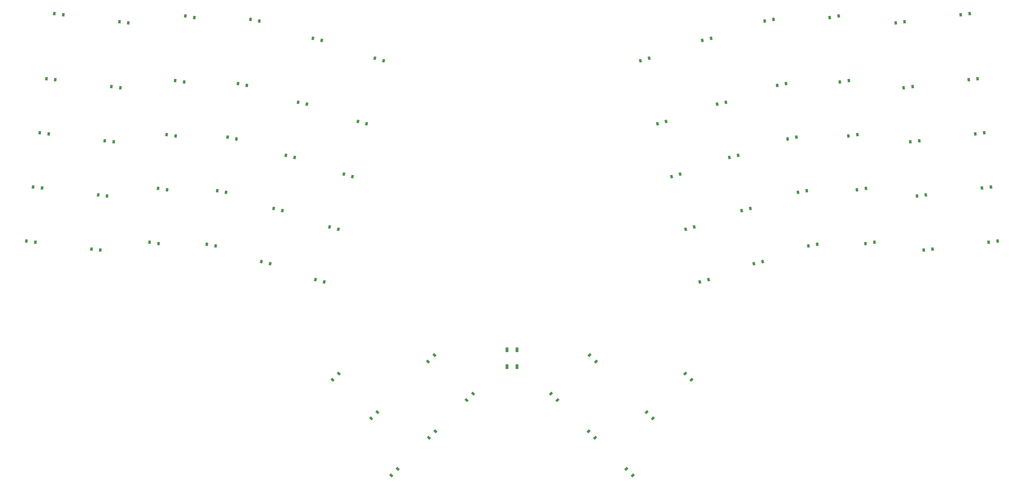
<source format=gbr>
%TF.GenerationSoftware,KiCad,Pcbnew,8.0.6*%
%TF.CreationDate,2024-12-18T16:48:01-08:00*%
%TF.ProjectId,gundamBowtie,67756e64-616d-4426-9f77-7469652e6b69,v1.0.0*%
%TF.SameCoordinates,Original*%
%TF.FileFunction,Paste,Top*%
%TF.FilePolarity,Positive*%
%FSLAX46Y46*%
G04 Gerber Fmt 4.6, Leading zero omitted, Abs format (unit mm)*
G04 Created by KiCad (PCBNEW 8.0.6) date 2024-12-18 16:48:01*
%MOMM*%
%LPD*%
G01*
G04 APERTURE LIST*
G04 Aperture macros list*
%AMRotRect*
0 Rectangle, with rotation*
0 The origin of the aperture is its center*
0 $1 length*
0 $2 width*
0 $3 Rotation angle, in degrees counterclockwise*
0 Add horizontal line*
21,1,$1,$2,0,0,$3*%
G04 Aperture macros list end*
%ADD10RotRect,0.900000X1.200000X45.000000*%
%ADD11RotRect,0.900000X1.200000X315.000000*%
%ADD12RotRect,0.900000X1.200000X353.000000*%
%ADD13RotRect,0.900000X1.200000X351.000000*%
%ADD14RotRect,0.900000X1.200000X349.000000*%
%ADD15RotRect,0.900000X1.200000X11.000000*%
%ADD16RotRect,0.900000X1.200000X345.000000*%
%ADD17RotRect,0.900000X1.200000X7.000000*%
%ADD18RotRect,0.900000X1.200000X13.000000*%
%ADD19RotRect,0.900000X1.200000X9.000000*%
%ADD20RotRect,0.900000X1.200000X15.000000*%
%ADD21RotRect,0.900000X1.200000X347.000000*%
%ADD22R,1.100000X1.800000*%
G04 APERTURE END LIST*
D10*
%TO.C,D34*%
X163710795Y-231530634D03*
X166044247Y-229197180D03*
%TD*%
D11*
%TO.C,D71*%
X236005489Y-215408614D03*
X238338943Y-217742066D03*
%TD*%
D12*
%TO.C,D8*%
X58721230Y-108851702D03*
X61996636Y-109253870D03*
%TD*%
D13*
%TO.C,D12*%
X78263140Y-126314988D03*
X81522500Y-126831226D03*
%TD*%
D14*
%TO.C,D18*%
X103737517Y-107532561D03*
X106976883Y-108162241D03*
%TD*%
D15*
%TO.C,D55*%
X305045250Y-88529673D03*
X308284622Y-87900005D03*
%TD*%
D16*
%TO.C,D28*%
X146292772Y-121103624D03*
X149480322Y-121957746D03*
%TD*%
D17*
%TO.C,D39*%
X377662735Y-106329028D03*
X380938155Y-105926862D03*
%TD*%
D12*
%TO.C,D4*%
X37337497Y-86075918D03*
X40612903Y-86478086D03*
%TD*%
D10*
%TO.C,D36*%
X191287998Y-203953498D03*
X193621450Y-201620044D03*
%TD*%
D18*
%TO.C,D58*%
X292040319Y-134421013D03*
X295255741Y-133678677D03*
%TD*%
D12*
%TO.C,D10*%
X64083495Y-65179656D03*
X67358901Y-65581824D03*
%TD*%
D17*
%TO.C,D41*%
X372300496Y-62656971D03*
X375575916Y-62254805D03*
%TD*%
%TO.C,D42*%
X358716396Y-148955711D03*
X361991816Y-148553545D03*
%TD*%
D12*
%TO.C,D2*%
X32462730Y-125777765D03*
X35738136Y-126179933D03*
%TD*%
D15*
%TO.C,D52*%
X316493796Y-147427302D03*
X319733168Y-146797634D03*
%TD*%
D11*
%TO.C,D68*%
X271360805Y-194195413D03*
X273694259Y-196528865D03*
%TD*%
D16*
%TO.C,D30*%
X157680807Y-78602923D03*
X160868357Y-79457045D03*
%TD*%
D17*
%TO.C,D40*%
X375225384Y-86478065D03*
X378500804Y-86075899D03*
%TD*%
%TO.C,D43*%
X356279034Y-129104820D03*
X359554454Y-128702654D03*
%TD*%
D12*
%TO.C,D1*%
X30025337Y-145628662D03*
X33300743Y-146030830D03*
%TD*%
D17*
%TO.C,D45*%
X351404258Y-89402925D03*
X354679678Y-89000759D03*
%TD*%
%TO.C,D38*%
X380100160Y-126179925D03*
X383375580Y-125777759D03*
%TD*%
D19*
%TO.C,D51*%
X324303976Y-63619136D03*
X327563350Y-63102904D03*
%TD*%
D20*
%TO.C,D63*%
X271534367Y-141276255D03*
X274721921Y-140422153D03*
%TD*%
D21*
%TO.C,D22*%
X120582580Y-133678668D03*
X123798018Y-134421016D03*
%TD*%
D18*
%TO.C,D60*%
X283042263Y-95446206D03*
X286257685Y-94703870D03*
%TD*%
D11*
%TO.C,D69*%
X236359048Y-187477894D03*
X238692502Y-189811346D03*
%TD*%
D16*
%TO.C,D29*%
X151469113Y-101785115D03*
X154656663Y-102639237D03*
%TD*%
D11*
%TO.C,D67*%
X257218664Y-208337573D03*
X259552118Y-210671025D03*
%TD*%
D10*
%TO.C,D31*%
X156286146Y-210671014D03*
X158619598Y-208337560D03*
%TD*%
D16*
%TO.C,D27*%
X141116414Y-140422177D03*
X144303964Y-141276299D03*
%TD*%
D18*
%TO.C,D61*%
X277643446Y-72061357D03*
X280858868Y-71319021D03*
%TD*%
D13*
%TO.C,D11*%
X75134465Y-146068738D03*
X78393825Y-146584976D03*
%TD*%
D11*
%TO.C,D72*%
X222216870Y-201620045D03*
X224550324Y-203953497D03*
%TD*%
D17*
%TO.C,D37*%
X382537523Y-146030843D03*
X385812943Y-145628677D03*
%TD*%
D20*
%TO.C,D62*%
X276710708Y-160594789D03*
X279898262Y-159740687D03*
%TD*%
D19*
%TO.C,D49*%
X331187091Y-107077440D03*
X334446465Y-106561208D03*
%TD*%
D13*
%TO.C,D15*%
X88274986Y-63102939D03*
X91534346Y-63619177D03*
%TD*%
D14*
%TO.C,D16*%
X96105138Y-146797660D03*
X99344504Y-147427340D03*
%TD*%
D19*
%TO.C,D48*%
X334315777Y-126831225D03*
X337575151Y-126314993D03*
%TD*%
D20*
%TO.C,D66*%
X254969965Y-79457031D03*
X258157519Y-78602929D03*
%TD*%
D18*
%TO.C,D59*%
X287541306Y-114933612D03*
X290756728Y-114191276D03*
%TD*%
D15*
%TO.C,D56*%
X300465852Y-64970617D03*
X303705224Y-64340949D03*
%TD*%
%TO.C,D54*%
X308861428Y-108162207D03*
X312100800Y-107532539D03*
%TD*%
D10*
%TO.C,D33*%
X177145800Y-189811338D03*
X179479252Y-187477884D03*
%TD*%
D21*
%TO.C,D23*%
X125081600Y-114191264D03*
X128297038Y-114933612D03*
%TD*%
D14*
%TO.C,D17*%
X99921349Y-127165097D03*
X103160715Y-127794777D03*
%TD*%
D16*
%TO.C,D26*%
X135940028Y-159740679D03*
X139127578Y-160594801D03*
%TD*%
D19*
%TO.C,D50*%
X328058411Y-87323717D03*
X331317785Y-86807485D03*
%TD*%
D15*
%TO.C,D53*%
X312677566Y-127794762D03*
X315916938Y-127165094D03*
%TD*%
D10*
%TO.C,D32*%
X142144027Y-196528868D03*
X144477479Y-194195414D03*
%TD*%
D20*
%TO.C,D64*%
X266357935Y-121957708D03*
X269545489Y-121103606D03*
%TD*%
D18*
%TO.C,D57*%
X296539310Y-153908381D03*
X299754732Y-153166045D03*
%TD*%
D13*
%TO.C,D13*%
X81391836Y-106561240D03*
X84651196Y-107077478D03*
%TD*%
D17*
%TO.C,D44*%
X353841668Y-109253868D03*
X357117088Y-108851702D03*
%TD*%
D21*
%TO.C,D25*%
X134979422Y-71318980D03*
X138194860Y-72061328D03*
%TD*%
D10*
%TO.C,D35*%
X177499384Y-217742048D03*
X179832836Y-215408594D03*
%TD*%
D12*
%TO.C,D7*%
X56283839Y-128702629D03*
X59559245Y-129104797D03*
%TD*%
%TO.C,D9*%
X61158605Y-89000800D03*
X64434011Y-89402968D03*
%TD*%
D17*
%TO.C,D46*%
X348479373Y-65581855D03*
X351754793Y-65179689D03*
%TD*%
D12*
%TO.C,D5*%
X40262358Y-62254798D03*
X43537764Y-62656966D03*
%TD*%
%TO.C,D6*%
X53846443Y-148553558D03*
X57121849Y-148955726D03*
%TD*%
D19*
%TO.C,D47*%
X337444459Y-146584991D03*
X340703833Y-146068759D03*
%TD*%
D12*
%TO.C,D3*%
X34900136Y-105926860D03*
X38175542Y-106329028D03*
%TD*%
D13*
%TO.C,D14*%
X84520553Y-86807466D03*
X87779913Y-87323704D03*
%TD*%
D11*
%TO.C,D70*%
X249794042Y-229197194D03*
X252127496Y-231530646D03*
%TD*%
D21*
%TO.C,D24*%
X129580601Y-94703866D03*
X132796039Y-95446214D03*
%TD*%
%TO.C,D21*%
X116083496Y-153166051D03*
X119298934Y-153908399D03*
%TD*%
D14*
%TO.C,D20*%
X112133110Y-64340934D03*
X115372476Y-64970614D03*
%TD*%
D20*
%TO.C,D65*%
X261181539Y-102639236D03*
X264369093Y-101785134D03*
%TD*%
D14*
%TO.C,D19*%
X107553693Y-87899981D03*
X110793059Y-88529661D03*
%TD*%
D22*
%TO.C,B1*%
X209769148Y-185488065D03*
X209769136Y-191688068D03*
X206069146Y-185488066D03*
X206069134Y-191688069D03*
%TD*%
M02*

</source>
